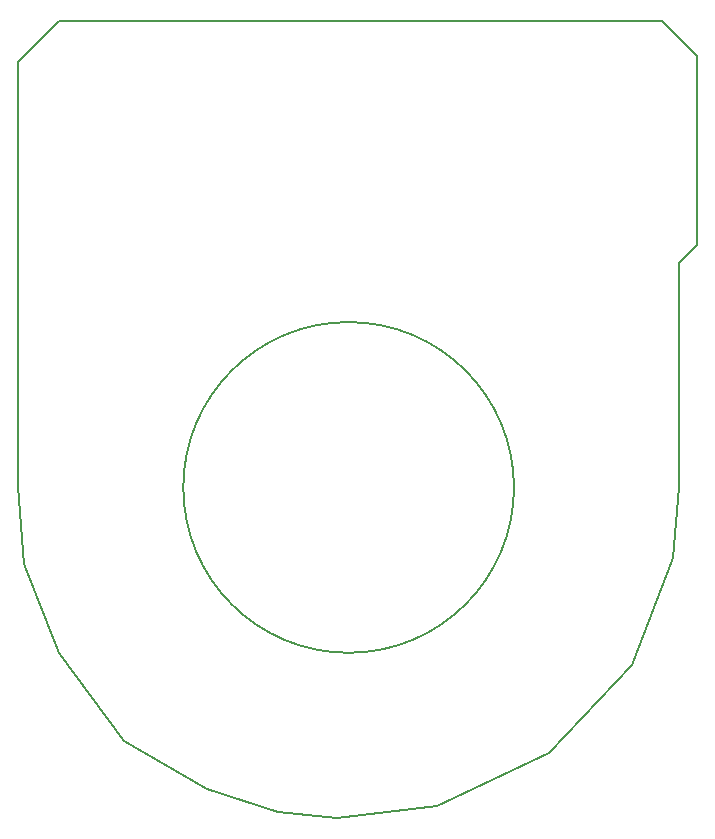
<source format=gm1>
G04 #@! TF.GenerationSoftware,KiCad,Pcbnew,(5.99.0-490-gc7ce93e10)*
G04 #@! TF.CreationDate,2019-12-10T12:23:58+01:00*
G04 #@! TF.ProjectId,Led,4c65642e-6b69-4636-9164-5f7063625858,rev?*
G04 #@! TF.SameCoordinates,Original*
G04 #@! TF.FileFunction,Profile,NP*
%FSLAX46Y46*%
G04 Gerber Fmt 4.6, Leading zero omitted, Abs format (unit mm)*
G04 Created by KiCad (PCBNEW (5.99.0-490-gc7ce93e10)) date 2019-12-10 12:23:58*
%MOMM*%
%LPD*%
G04 APERTURE LIST*
%ADD10C,0.150000*%
G04 APERTURE END LIST*
D10*
X89000000Y-64000000D02*
X89000000Y-45000000D01*
X88500000Y-70000000D02*
X89000000Y-64000000D01*
X85000000Y-79000000D02*
X88500000Y-70000000D01*
X78000000Y-86500000D02*
X85000000Y-79000000D01*
X68500000Y-91000000D02*
X78000000Y-86500000D01*
X60000000Y-92000000D02*
X68500000Y-91000000D01*
X55000000Y-91500000D02*
X60000000Y-92000000D01*
X49000000Y-89500000D02*
X55000000Y-91500000D01*
X42000000Y-85500000D02*
X49000000Y-89500000D01*
X36500000Y-78000000D02*
X42000000Y-85500000D01*
X33500000Y-70500000D02*
X36500000Y-78000000D01*
X33000000Y-64000000D02*
X33500000Y-70500000D01*
X36500000Y-24500000D02*
X41000000Y-24500000D01*
X33000000Y-28000000D02*
X36500000Y-24500000D01*
X33000000Y-64000000D02*
X33000000Y-28000000D01*
X87500000Y-24500000D02*
X41000000Y-24500000D01*
X90500000Y-27500000D02*
X87500000Y-24500000D01*
X90500000Y-43500000D02*
X90500000Y-27500000D01*
X89000000Y-45000000D02*
X90500000Y-43500000D01*
X75000000Y-64000000D02*
G75*
G03X75000000Y-64000000I-14000000J0D01*
G01*
M02*

</source>
